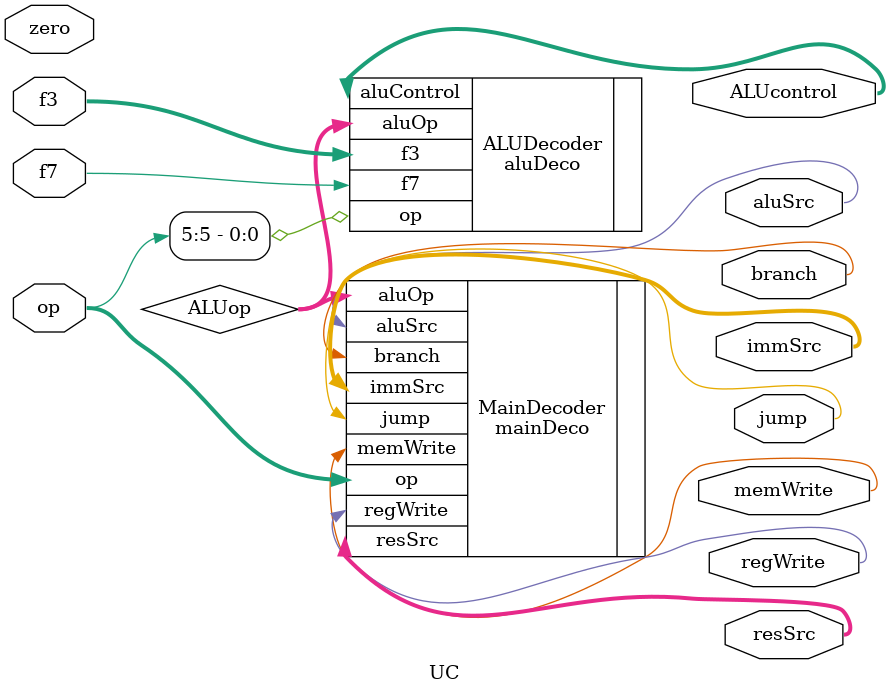
<source format=v>
`include "Decos/aluDeco.v"
`include "Decos/mainDeco.v"

module UC(
    input wire f7,
    input [2:0] f3,
    input [6:0] op,
    input wire zero,
    output wire branch,
    output wire jump,
    output [1:0] resSrc,
    output wire memWrite,
    output [2:0] ALUcontrol,
    output wire aluSrc,
    output [1:0] immSrc,
    output wire regWrite
);

wire[1:0] ALUop;

mainDeco MainDecoder(
    .op(op),
    .branch(branch),
    .jump(jump),
    .resSrc(resSrc),
    .memWrite(memWrite),
    .aluSrc(aluSrc),
    .immSrc(immSrc),
    .regWrite(regWrite),
    .aluOp(ALUop)
);

aluDeco ALUDecoder(
    .op(op[5]),
    .f7(f7),
    .f3(f3),
    .aluOp(ALUop),
    .aluControl(ALUcontrol)
);

endmodule
</source>
